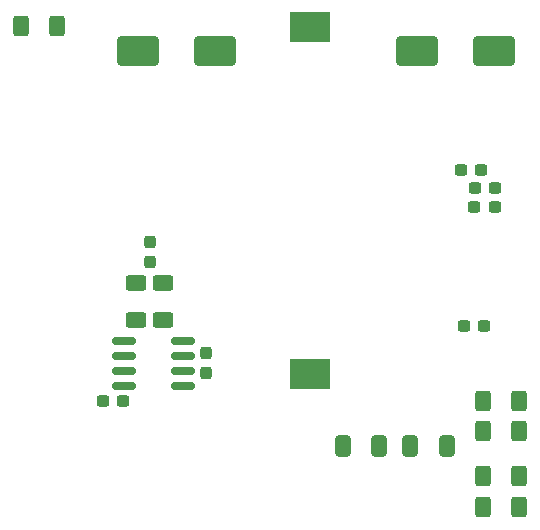
<source format=gbp>
G04 #@! TF.GenerationSoftware,KiCad,Pcbnew,9.0.2*
G04 #@! TF.CreationDate,2025-06-09T18:33:26+02:00*
G04 #@! TF.ProjectId,RPI-Electronics_V2.1,5250492d-456c-4656-9374-726f6e696373,rev?*
G04 #@! TF.SameCoordinates,Original*
G04 #@! TF.FileFunction,Paste,Bot*
G04 #@! TF.FilePolarity,Positive*
%FSLAX46Y46*%
G04 Gerber Fmt 4.6, Leading zero omitted, Abs format (unit mm)*
G04 Created by KiCad (PCBNEW 9.0.2) date 2025-06-09 18:33:26*
%MOMM*%
%LPD*%
G01*
G04 APERTURE LIST*
G04 Aperture macros list*
%AMRoundRect*
0 Rectangle with rounded corners*
0 $1 Rounding radius*
0 $2 $3 $4 $5 $6 $7 $8 $9 X,Y pos of 4 corners*
0 Add a 4 corners polygon primitive as box body*
4,1,4,$2,$3,$4,$5,$6,$7,$8,$9,$2,$3,0*
0 Add four circle primitives for the rounded corners*
1,1,$1+$1,$2,$3*
1,1,$1+$1,$4,$5*
1,1,$1+$1,$6,$7*
1,1,$1+$1,$8,$9*
0 Add four rect primitives between the rounded corners*
20,1,$1+$1,$2,$3,$4,$5,0*
20,1,$1+$1,$4,$5,$6,$7,0*
20,1,$1+$1,$6,$7,$8,$9,0*
20,1,$1+$1,$8,$9,$2,$3,0*%
G04 Aperture macros list end*
%ADD10RoundRect,0.237500X0.300000X0.237500X-0.300000X0.237500X-0.300000X-0.237500X0.300000X-0.237500X0*%
%ADD11R,3.510000X2.540000*%
%ADD12RoundRect,0.237500X-0.300000X-0.237500X0.300000X-0.237500X0.300000X0.237500X-0.300000X0.237500X0*%
%ADD13RoundRect,0.237500X-0.237500X0.300000X-0.237500X-0.300000X0.237500X-0.300000X0.237500X0.300000X0*%
%ADD14RoundRect,0.150000X0.825000X0.150000X-0.825000X0.150000X-0.825000X-0.150000X0.825000X-0.150000X0*%
%ADD15RoundRect,0.250000X-0.625000X0.400000X-0.625000X-0.400000X0.625000X-0.400000X0.625000X0.400000X0*%
%ADD16RoundRect,0.250000X0.625000X-0.400000X0.625000X0.400000X-0.625000X0.400000X-0.625000X-0.400000X0*%
%ADD17RoundRect,0.250000X-0.400000X-0.625000X0.400000X-0.625000X0.400000X0.625000X-0.400000X0.625000X0*%
%ADD18RoundRect,0.250000X-0.412500X-0.650000X0.412500X-0.650000X0.412500X0.650000X-0.412500X0.650000X0*%
%ADD19RoundRect,0.250000X1.500000X1.000000X-1.500000X1.000000X-1.500000X-1.000000X1.500000X-1.000000X0*%
%ADD20RoundRect,0.250000X0.400000X0.625000X-0.400000X0.625000X-0.400000X-0.625000X0.400000X-0.625000X0*%
G04 APERTURE END LIST*
D10*
X184015400Y-82424000D03*
X182290400Y-82424000D03*
X184038600Y-80773000D03*
X182313600Y-80773000D03*
D11*
X168402000Y-67180000D03*
X168402000Y-96540000D03*
D12*
X181374900Y-92507800D03*
X183099900Y-92507800D03*
D13*
X154805400Y-85371000D03*
X154805400Y-87096000D03*
D14*
X157597900Y-93727000D03*
X157597900Y-94997000D03*
X157597900Y-96267000D03*
X157597900Y-97537000D03*
X152647900Y-97537000D03*
X152647900Y-96267000D03*
X152647900Y-94997000D03*
X152647900Y-93727000D03*
D15*
X155948400Y-88875000D03*
X155948400Y-91975000D03*
D16*
X153662400Y-91975000D03*
X153662400Y-88875000D03*
D10*
X182845900Y-79249000D03*
X181120900Y-79249000D03*
D17*
X182999400Y-105157000D03*
X186099400Y-105157000D03*
D18*
X171119000Y-102617000D03*
X174244000Y-102617000D03*
X176864900Y-102617000D03*
X179989900Y-102617000D03*
D17*
X182999400Y-98807000D03*
X186099400Y-98807000D03*
D19*
X183963400Y-69216000D03*
X177463400Y-69216000D03*
D12*
X150831400Y-98807000D03*
X152556400Y-98807000D03*
D17*
X182999400Y-101347000D03*
X186099400Y-101347000D03*
D19*
X160341400Y-69216000D03*
X153841400Y-69216000D03*
D13*
X159567900Y-94769500D03*
X159567900Y-96494500D03*
D17*
X182999400Y-107824000D03*
X186099400Y-107824000D03*
D20*
X146957400Y-67057000D03*
X143857400Y-67057000D03*
M02*

</source>
